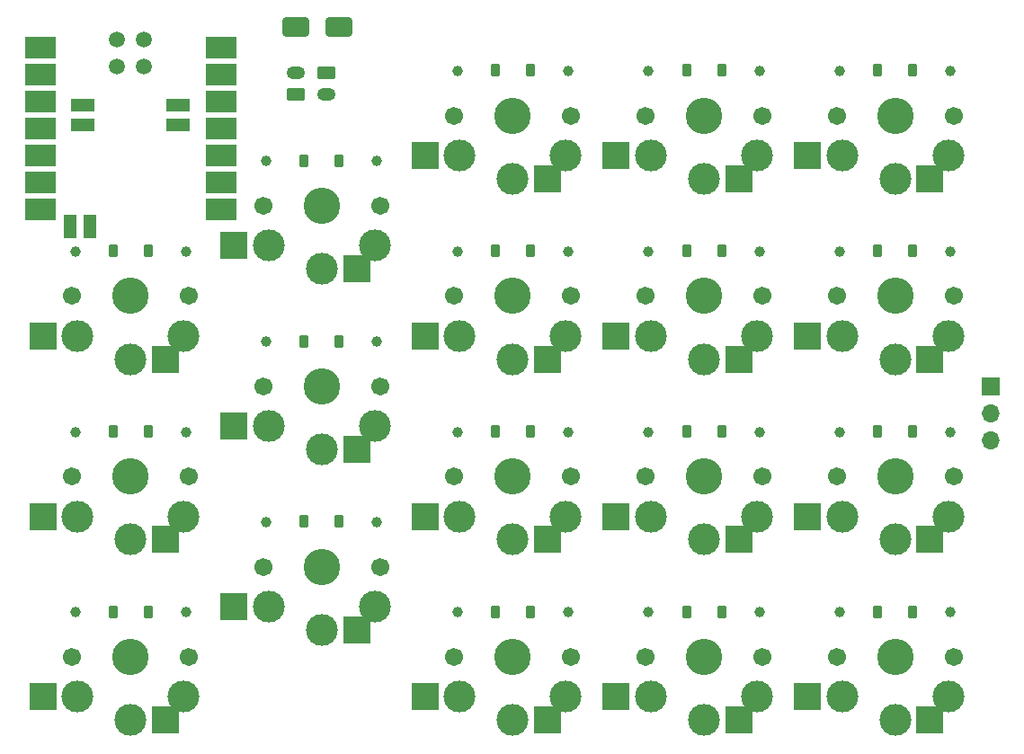
<source format=gbr>
%TF.GenerationSoftware,KiCad,Pcbnew,8.0.6*%
%TF.CreationDate,2025-02-20T09:41:11-05:00*%
%TF.ProjectId,PCB,5043422e-6b69-4636-9164-5f7063625858,rev?*%
%TF.SameCoordinates,Original*%
%TF.FileFunction,Soldermask,Bot*%
%TF.FilePolarity,Negative*%
%FSLAX46Y46*%
G04 Gerber Fmt 4.6, Leading zero omitted, Abs format (unit mm)*
G04 Created by KiCad (PCBNEW 8.0.6) date 2025-02-20 09:41:11*
%MOMM*%
%LPD*%
G01*
G04 APERTURE LIST*
G04 Aperture macros list*
%AMRoundRect*
0 Rectangle with rounded corners*
0 $1 Rounding radius*
0 $2 $3 $4 $5 $6 $7 $8 $9 X,Y pos of 4 corners*
0 Add a 4 corners polygon primitive as box body*
4,1,4,$2,$3,$4,$5,$6,$7,$8,$9,$2,$3,0*
0 Add four circle primitives for the rounded corners*
1,1,$1+$1,$2,$3*
1,1,$1+$1,$4,$5*
1,1,$1+$1,$6,$7*
1,1,$1+$1,$8,$9*
0 Add four rect primitives between the rounded corners*
20,1,$1+$1,$2,$3,$4,$5,0*
20,1,$1+$1,$4,$5,$6,$7,0*
20,1,$1+$1,$6,$7,$8,$9,0*
20,1,$1+$1,$8,$9,$2,$3,0*%
G04 Aperture macros list end*
%ADD10R,1.700000X1.700000*%
%ADD11O,1.700000X1.700000*%
%ADD12C,1.701800*%
%ADD13C,0.990600*%
%ADD14C,3.000000*%
%ADD15C,3.429000*%
%ADD16R,2.600000X2.600000*%
%ADD17R,2.300000X1.300000*%
%ADD18RoundRect,0.250000X-0.625000X0.350000X-0.625000X-0.350000X0.625000X-0.350000X0.625000X0.350000X0*%
%ADD19O,1.750000X1.200000*%
%ADD20RoundRect,0.250000X0.625000X-0.350000X0.625000X0.350000X-0.625000X0.350000X-0.625000X-0.350000X0*%
%ADD21RoundRect,0.225000X0.225000X0.375000X-0.225000X0.375000X-0.225000X-0.375000X0.225000X-0.375000X0*%
%ADD22R,3.000000X2.000000*%
%ADD23C,1.500000*%
%ADD24R,1.300000X2.300000*%
%ADD25RoundRect,0.250000X1.000000X0.650000X-1.000000X0.650000X-1.000000X-0.650000X1.000000X-0.650000X0*%
G04 APERTURE END LIST*
D10*
%TO.C,J3*%
X117000000Y-59475000D03*
D11*
X117000000Y-62015000D03*
X117000000Y-64555000D03*
%TD*%
D12*
%TO.C,MX5*%
X48500000Y-59500000D03*
D13*
X48780000Y-55300000D03*
D14*
X49000000Y-63250000D03*
D15*
X54000000Y-59500000D03*
D14*
X54000000Y-65450000D03*
X59000000Y-63250000D03*
D13*
X59220000Y-55300000D03*
D12*
X59500000Y-59500000D03*
D16*
X57275000Y-65450000D03*
X45725000Y-63250000D03*
%TD*%
D12*
%TO.C,MX15*%
X84500000Y-85000000D03*
D13*
X84780000Y-80800000D03*
D14*
X85000000Y-88750000D03*
D15*
X90000000Y-85000000D03*
D14*
X90000000Y-90950000D03*
X95000000Y-88750000D03*
D13*
X95220000Y-80800000D03*
D12*
X95500000Y-85000000D03*
D16*
X93275000Y-90950000D03*
X81725000Y-88750000D03*
%TD*%
D12*
%TO.C,MX2*%
X30500000Y-68000000D03*
D13*
X30780000Y-63800000D03*
D14*
X31000000Y-71750000D03*
D15*
X36000000Y-68000000D03*
D14*
X36000000Y-73950000D03*
X41000000Y-71750000D03*
D13*
X41220000Y-63800000D03*
D12*
X41500000Y-68000000D03*
D16*
X39275000Y-73950000D03*
X27725000Y-71750000D03*
%TD*%
D17*
%TO.C,U2*%
X31500000Y-33012015D03*
X31500000Y-34912015D03*
%TD*%
D12*
%TO.C,MX10*%
X66500000Y-68000000D03*
D13*
X66780000Y-63800000D03*
D14*
X67000000Y-71750000D03*
D15*
X72000000Y-68000000D03*
D14*
X72000000Y-73950000D03*
X77000000Y-71750000D03*
D13*
X77220000Y-63800000D03*
D12*
X77500000Y-68000000D03*
D16*
X75275000Y-73950000D03*
X63725000Y-71750000D03*
%TD*%
D12*
%TO.C,MX8*%
X66500000Y-34000000D03*
D13*
X66780000Y-29800000D03*
D14*
X67000000Y-37750000D03*
D15*
X72000000Y-34000000D03*
D14*
X72000000Y-39950000D03*
X77000000Y-37750000D03*
D13*
X77220000Y-29800000D03*
D12*
X77500000Y-34000000D03*
D16*
X75275000Y-39950000D03*
X63725000Y-37750000D03*
%TD*%
D18*
%TO.C,J1*%
X54450000Y-30000000D03*
D19*
X54450000Y-32000000D03*
%TD*%
D12*
%TO.C,MX13*%
X84500000Y-51000000D03*
D13*
X84780000Y-46800000D03*
D14*
X85000000Y-54750000D03*
D15*
X90000000Y-51000000D03*
D14*
X90000000Y-56950000D03*
X95000000Y-54750000D03*
D13*
X95220000Y-46800000D03*
D12*
X95500000Y-51000000D03*
D16*
X93275000Y-56950000D03*
X81725000Y-54750000D03*
%TD*%
D12*
%TO.C,MX1*%
X30500000Y-51000000D03*
D13*
X30780000Y-46800000D03*
D14*
X31000000Y-54750000D03*
D15*
X36000000Y-51000000D03*
D14*
X36000000Y-56950000D03*
X41000000Y-54750000D03*
D13*
X41220000Y-46800000D03*
D12*
X41500000Y-51000000D03*
D16*
X39275000Y-56950000D03*
X27725000Y-54750000D03*
%TD*%
D12*
%TO.C,MX6*%
X48500000Y-76500000D03*
D13*
X48780000Y-72300000D03*
D14*
X49000000Y-80250000D03*
D15*
X54000000Y-76500000D03*
D14*
X54000000Y-82450000D03*
X59000000Y-80250000D03*
D13*
X59220000Y-72300000D03*
D12*
X59500000Y-76500000D03*
D16*
X57275000Y-82450000D03*
X45725000Y-80250000D03*
%TD*%
D12*
%TO.C,MX18*%
X102500000Y-68000000D03*
D13*
X102780000Y-63800000D03*
D14*
X103000000Y-71750000D03*
D15*
X108000000Y-68000000D03*
D14*
X108000000Y-73950000D03*
X113000000Y-71750000D03*
D13*
X113220000Y-63800000D03*
D12*
X113500000Y-68000000D03*
D16*
X111275000Y-73950000D03*
X99725000Y-71750000D03*
%TD*%
D12*
%TO.C,MX14*%
X84500000Y-68000000D03*
D13*
X84780000Y-63800000D03*
D14*
X85000000Y-71750000D03*
D15*
X90000000Y-68000000D03*
D14*
X90000000Y-73950000D03*
X95000000Y-71750000D03*
D13*
X95220000Y-63800000D03*
D12*
X95500000Y-68000000D03*
D16*
X93275000Y-73950000D03*
X81725000Y-71750000D03*
%TD*%
D12*
%TO.C,MX9*%
X66500000Y-51000000D03*
D13*
X66780000Y-46800000D03*
D14*
X67000000Y-54750000D03*
D15*
X72000000Y-51000000D03*
D14*
X72000000Y-56950000D03*
X77000000Y-54750000D03*
D13*
X77220000Y-46800000D03*
D12*
X77500000Y-51000000D03*
D16*
X75275000Y-56950000D03*
X63725000Y-54750000D03*
%TD*%
D12*
%TO.C,MX11*%
X66500000Y-85000000D03*
D13*
X66780000Y-80800000D03*
D14*
X67000000Y-88750000D03*
D15*
X72000000Y-85000000D03*
D14*
X72000000Y-90950000D03*
X77000000Y-88750000D03*
D13*
X77220000Y-80800000D03*
D12*
X77500000Y-85000000D03*
D16*
X75275000Y-90950000D03*
X63725000Y-88750000D03*
%TD*%
D12*
%TO.C,MX16*%
X102500000Y-34000000D03*
D13*
X102780000Y-29800000D03*
D14*
X103000000Y-37750000D03*
D15*
X108000000Y-34000000D03*
D14*
X108000000Y-39950000D03*
X113000000Y-37750000D03*
D13*
X113220000Y-29800000D03*
D12*
X113500000Y-34000000D03*
D16*
X111275000Y-39950000D03*
X99725000Y-37750000D03*
%TD*%
D12*
%TO.C,MX3*%
X30500000Y-85000000D03*
D13*
X30780000Y-80800000D03*
D14*
X31000000Y-88750000D03*
D15*
X36000000Y-85000000D03*
D14*
X36000000Y-90950000D03*
X41000000Y-88750000D03*
D13*
X41220000Y-80800000D03*
D12*
X41500000Y-85000000D03*
D16*
X39275000Y-90950000D03*
X27725000Y-88750000D03*
%TD*%
D12*
%TO.C,MX12*%
X84500000Y-34000000D03*
D13*
X84780000Y-29800000D03*
D14*
X85000000Y-37750000D03*
D15*
X90000000Y-34000000D03*
D14*
X90000000Y-39950000D03*
X95000000Y-37750000D03*
D13*
X95220000Y-29800000D03*
D12*
X95500000Y-34000000D03*
D16*
X93275000Y-39950000D03*
X81725000Y-37750000D03*
%TD*%
D12*
%TO.C,MX4*%
X48500000Y-42500000D03*
D13*
X48780000Y-38300000D03*
D14*
X49000000Y-46250000D03*
D15*
X54000000Y-42500000D03*
D14*
X54000000Y-48450000D03*
X59000000Y-46250000D03*
D13*
X59220000Y-38300000D03*
D12*
X59500000Y-42500000D03*
D16*
X57275000Y-48450000D03*
X45725000Y-46250000D03*
%TD*%
D12*
%TO.C,MX17*%
X102500000Y-51000000D03*
D13*
X102780000Y-46800000D03*
D14*
X103000000Y-54750000D03*
D15*
X108000000Y-51000000D03*
D14*
X108000000Y-56950000D03*
X113000000Y-54750000D03*
D13*
X113220000Y-46800000D03*
D12*
X113500000Y-51000000D03*
D16*
X111275000Y-56950000D03*
X99725000Y-54750000D03*
%TD*%
D12*
%TO.C,MX19*%
X102500000Y-85000000D03*
D13*
X102780000Y-80800000D03*
D14*
X103000000Y-88750000D03*
D15*
X108000000Y-85000000D03*
D14*
X108000000Y-90950000D03*
X113000000Y-88750000D03*
D13*
X113220000Y-80800000D03*
D12*
X113500000Y-85000000D03*
D16*
X111275000Y-90950000D03*
X99725000Y-88750000D03*
%TD*%
D20*
%TO.C,J2*%
X51550000Y-32000000D03*
D19*
X51550000Y-30000000D03*
%TD*%
D21*
%TO.C,D11*%
X73650000Y-80750000D03*
X70350000Y-80750000D03*
%TD*%
%TO.C,D10*%
X73650000Y-63750000D03*
X70350000Y-63750000D03*
%TD*%
%TO.C,D2*%
X37650000Y-63750000D03*
X34350000Y-63750000D03*
%TD*%
%TO.C,D13*%
X91650000Y-46750000D03*
X88350000Y-46750000D03*
%TD*%
%TO.C,D19*%
X109650000Y-80750000D03*
X106350000Y-80750000D03*
%TD*%
D22*
%TO.C,U1*%
X44500000Y-27592015D03*
X44500000Y-30132015D03*
X44500000Y-32672015D03*
X44500000Y-35212015D03*
X44500000Y-37752015D03*
X44500000Y-40292015D03*
X44500000Y-42832015D03*
X27500000Y-42832015D03*
X27500000Y-40292015D03*
X27500000Y-37752015D03*
X27500000Y-35212015D03*
X27500000Y-32672015D03*
X27500000Y-30132015D03*
X27500000Y-27592015D03*
D23*
X37270000Y-26822015D03*
X34730000Y-26822015D03*
X37270000Y-29362015D03*
X34730000Y-29362015D03*
D24*
X32200000Y-44462015D03*
X30300000Y-44462015D03*
D17*
X40500000Y-33012015D03*
X40500000Y-34912015D03*
%TD*%
D21*
%TO.C,D16*%
X109650000Y-29750000D03*
X106350000Y-29750000D03*
%TD*%
%TO.C,D5*%
X55650000Y-55250000D03*
X52350000Y-55250000D03*
%TD*%
%TO.C,D12*%
X91650000Y-29750000D03*
X88350000Y-29750000D03*
%TD*%
%TO.C,D15*%
X91650000Y-80750000D03*
X88350000Y-80750000D03*
%TD*%
%TO.C,D14*%
X91650000Y-63750000D03*
X88350000Y-63750000D03*
%TD*%
%TO.C,D1*%
X37650000Y-46750000D03*
X34350000Y-46750000D03*
%TD*%
%TO.C,D8*%
X73650000Y-29750000D03*
X70350000Y-29750000D03*
%TD*%
%TO.C,D18*%
X109650000Y-63750000D03*
X106350000Y-63750000D03*
%TD*%
%TO.C,D6*%
X55650000Y-72250000D03*
X52350000Y-72250000D03*
%TD*%
%TO.C,D4*%
X55650000Y-38250000D03*
X52350000Y-38250000D03*
%TD*%
%TO.C,D3*%
X37650000Y-80750000D03*
X34350000Y-80750000D03*
%TD*%
D25*
%TO.C,D7*%
X55600000Y-25650000D03*
X51600000Y-25650000D03*
%TD*%
D21*
%TO.C,D9*%
X73650000Y-46750000D03*
X70350000Y-46750000D03*
%TD*%
%TO.C,D17*%
X109650000Y-46750000D03*
X106350000Y-46750000D03*
%TD*%
M02*

</source>
